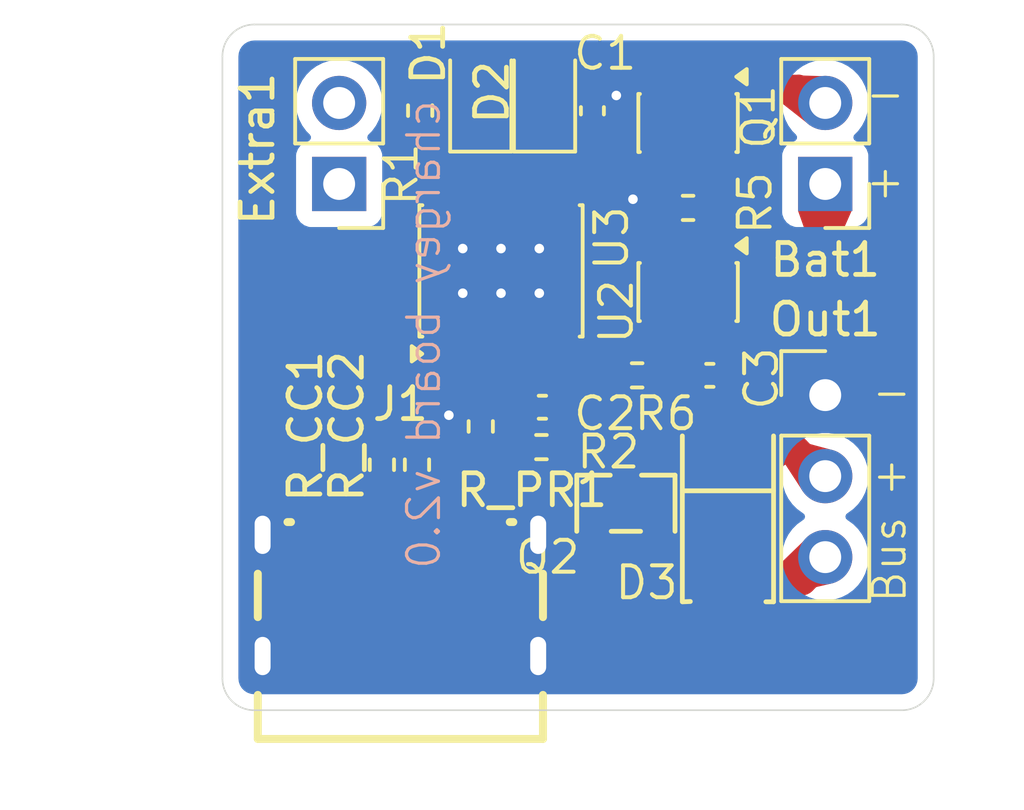
<source format=kicad_pcb>
(kicad_pcb (version 20241229) (generator "pcbnew") (generator_version "9.0")
  (layers (0 "F.Cu" signal) (2 "B.Cu" signal) (13 "F.Paste" user) (15 "B.Paste" user) (5 "F.SilkS" user "F.Silkscreen") (7 "B.SilkS" user "B.Silkscreen") (1 "F.Mask" user) (3 "B.Mask" user) (25 "Edge.Cuts" user))
  (net 0 "")
  (net 1 "BATT+")
  (net 2 "Net-(D1-A)")
  (net 3 "Net-(D1-K)")
  (net 4 "Net-(D2-K)")
  (net 5 "Net-(Q1A-S)")
  (net 6 "Net-(U2-CSI)")
  (net 7 "Net-(U2-VDD)")
  (net 8 "Net-(U3-PROG)")
  (net 10 "/Raw Bat -")
  (net 11 "GND")
  (net 12 "/Charge control")
  (net 13 "/Discharge control")
  (net 14 "/VBUS")
  (net 15 "/VBUS or BATT+")
  (net 16 "Net-(J1-CC1)")
  (net 17 "Net-(J1-CC2)")
  (footprint "Resistor_SMD:R_0402_1005Metric_Pad0.72x0.64mm_HandSolder" (layer "F.Cu") (at 83.5 52.75 180)
    (property "Reference" "R5" (at -2.1 0.15 90) (layer "F.SilkS") (effects (font (thickness 0.125))))
    (property "Value" "1k")
    (fp_line (start -0.167621 0.38) (end 0.167621 0.38) (stroke (width 0.12)) (layer "F.SilkS"))
    (fp_line (start -0.167621 -0.38) (end 0.167621 -0.38) (stroke (width 0.12)) (layer "F.SilkS"))
    (pad "1" smd roundrect (at -0.5975 0 180) (size 0.715 0.64) (layers "F.Cu" "F.Mask" "F.Paste") (net 6 "Net-(U2-CSI)"))
    (pad "2" smd roundrect (at 0.5975 0 180) (size 0.715 0.64) (layers "F.Cu" "F.Mask" "F.Paste") (net 11 "GND"))
  )
  (footprint "Capacitor_SMD:C_0402_1005Metric_Pad0.74x0.62mm_HandSolder" (layer "F.Cu") (at 80.5 49.705 90)
    (property "Reference" "C1" (at 1.805 0.4 0) (layer "F.SilkS") (effects (font (thickness 0.125))))
    (property "Value" "1μF")
    (fp_line (start -0.115835 -0.36) (end 0.115835 -0.36) (stroke (width 0.12)) (layer "F.SilkS"))
    (fp_line (start -0.115835 0.36) (end 0.115835 0.36) (stroke (width 0.12)) (layer "F.SilkS"))
    (pad "1" smd roundrect (at -0.5675 0 90) (size 0.735 0.62) (layers "F.Cu" "F.Mask" "F.Paste") (net 1 "BATT+"))
    (pad "2" smd roundrect (at 0.5675 0 90) (size 0.735 0.62) (layers "F.Cu" "F.Mask" "F.Paste") (net 11 "GND"))
  )
  (footprint "Resistor_SMD:R_0402_1005Metric_Pad0.72x0.64mm_HandSolder" (layer "F.Cu") (at 78.9025 60.25 180)
    (property "Reference" "R2" (at -2.0975 -0.15 180) (layer "F.SilkS") (effects (font (thickness 0.125))))
    (property "Value" "10k")
    (fp_line (start -0.167621 0.38) (end 0.167621 0.38) (stroke (width 0.12)) (layer "F.SilkS"))
    (fp_line (start -0.167621 -0.38) (end 0.167621 -0.38) (stroke (width 0.12)) (layer "F.SilkS"))
    (pad "1" smd roundrect (at -0.5975 0 180) (size 0.715 0.64) (layers "F.Cu" "F.Mask" "F.Paste") (net 14 "/VBUS"))
    (pad "2" smd roundrect (at 0.5975 0 180) (size 0.715 0.64) (layers "F.Cu" "F.Mask" "F.Paste") (net 11 "GND"))
  )
  (footprint "Resistor_SMD:R_0402_1005Metric_Pad0.72x0.64mm_HandSolder" (layer "F.Cu") (at 77 59.6025 90)
    (property "Reference" "R_PR1" (at -1.9975 1.6 180) (layer "F.SilkS"))
    (property "Value" "1.2k")
    (fp_line (start -0.167621 -0.38) (end 0.167621 -0.38) (stroke (width 0.12)) (layer "F.SilkS"))
    (fp_line (start -0.167621 0.38) (end 0.167621 0.38) (stroke (width 0.12)) (layer "F.SilkS"))
    (pad "1" smd roundrect (at -0.5975 0 90) (size 0.715 0.64) (layers "F.Cu" "F.Mask" "F.Paste") (net 11 "GND"))
    (pad "2" smd roundrect (at 0.5975 0 90) (size 0.715 0.64) (layers "F.Cu" "F.Mask" "F.Paste") (net 8 "Net-(U3-PROG)"))
  )
  (footprint "Resistor_SMD:R_0402_1005Metric_Pad0.72x0.64mm_HandSolder" (layer "F.Cu") (at 81.9025 58)
    (property "Reference" "R6" (at 0.8975 1.2 0) (layer "F.SilkS") (effects (font (thickness 0.125))))
    (property "Value" "100")
    (fp_line (start -0.167621 -0.38) (end 0.167621 -0.38) (stroke (width 0.12)) (layer "F.SilkS"))
    (fp_line (start -0.167621 0.38) (end 0.167621 0.38) (stroke (width 0.12)) (layer "F.SilkS"))
    (pad "1" smd roundrect (at -0.5975 0) (size 0.715 0.64) (layers "F.Cu" "F.Mask" "F.Paste") (net 1 "BATT+"))
    (pad "2" smd roundrect (at 0.5975 0) (size 0.715 0.64) (layers "F.Cu" "F.Mask" "F.Paste") (net 7 "Net-(U2-VDD)"))
  )
  (footprint "LED_SMD:LED_0805_2012Metric_Pad1.15x1.40mm_HandSolder" (layer "F.Cu") (at 77 49.125 90)
    (property "Reference" "D1" (at 1.225 -1.65 90) (layer "F.SilkS"))
    (property "Value" "LED")
    (fp_line (start 1 -0.96) (end -1.86 -0.96) (stroke (width 0.12)) (layer "F.SilkS"))
    (fp_line (start -1.86 -0.96) (end -1.86 0.96) (stroke (width 0.12)) (layer "F.SilkS"))
    (fp_line (start -1.86 0.96) (end 1 0.96) (stroke (width 0.12)) (layer "F.SilkS"))
    (pad "1" smd roundrect (at -1.025 0 90) (size 1.15 1.4) (layers "F.Cu" "F.Mask" "F.Paste") (roundrect_rratio 0.217391) (net 3 "Net-(D1-K)"))
    (pad "2" smd roundrect (at 1.025 0 90) (size 1.15 1.4) (layers "F.Cu" "F.Mask" "F.Paste") (roundrect_rratio 0.217391) (net 2 "Net-(D1-A)"))
  )
  (footprint "Connector_PinHeader_2.54mm:PinHeader_1x03_P2.54mm_Vertical" (layer "F.Cu") (at 87.8 58.62)
    (property "Reference" "Out1" (at 0 -2.37 0) (layer "F.SilkS"))
    (property "Value" "Header")
    (fp_line (start -1.38 -1.38) (end 0 -1.38) (stroke (width 0.12)) (layer "F.SilkS"))
    (fp_line (start -1.38 0) (end -1.38 -1.38) (stroke (width 0.12)) (layer "F.SilkS"))
    (fp_line (start -1.38 1.27) (end -1.38 6.46) (stroke (width 0.12)) (layer "F.SilkS"))
    (fp_line (start -1.38 1.27) (end 1.38 1.27) (stroke (width 0.12)) (layer "F.SilkS"))
    (fp_line (start -1.38 6.46) (end 1.38 6.46) (stroke (width 0.12)) (layer "F.SilkS"))
    (fp_line (start 1.38 1.27) (end 1.38 6.46) (stroke (width 0.12)) (layer "F.SilkS"))
    (pad "1" thru_hole rect (at 0 0) (size 1.7 1.7) (drill 1) (layers "*.Cu" "*.Mask") (net 11 "GND"))
    (pad "2" thru_hole circle (at 0 2.54) (size 1.7 1.7) (drill 1) (layers "*.Cu" "*.Mask") (net 15 "/VBUS or BATT+"))
    (pad "3" thru_hole circle (at 0 5.08) (size 1.7 1.7) (drill 1) (layers "*.Cu" "*.Mask") (net 14 "/VBUS"))
  )
  (footprint "easyeda2kicad:SOT-23-3_L2.9-W1.6-P1.90-LS2.8-BR" (layer "F.Cu") (at 81.55 62.01 -90)
    (property "Reference" "Q2" (at 1.69 2.45 180) (layer "F.SilkS") (effects (font (thickness 0.125))))
    (property "Value" "AO3415A")
    (fp_line (start -0.88 1.54) (end -0.88 0.49) (stroke (width 0.15)) (layer "F.SilkS"))
    (fp_line (start 0.88 1.54) (end -0.88 1.54) (stroke (width 0.15)) (layer "F.SilkS"))
    (fp_line (start 0.88 -0.46) (end 0.88 0.46) (stroke (width 0.15)) (layer "F.SilkS"))
    (fp_line (start -0.88 -1.54) (end -0.88 -0.49) (stroke (width 0.15)) (layer "F.SilkS"))
    (fp_line (start 0.88 -1.54) (end -0.88 -1.54) (stroke (width 0.15)) (layer "F.SilkS"))
    (pad "1" smd rect (at 1.24 0.95 270) (size 1.07 0.6) (layers "F.Cu" "F.Mask" "F.Paste") (net 14 "/VBUS"))
    (pad "2" smd rect (at 1.24 -0.95 270) (size 1.07 0.6) (layers "F.Cu" "F.Mask" "F.Paste") (net 15 "/VBUS or BATT+"))
    (pad "3" smd rect (at -1.24 0 270) (size 1.07 0.6) (layers "F.Cu" "F.Mask" "F.Paste") (net 1 "BATT+"))
  )
  (footprint "easyeda2kicad:SMA_L4.3-W2.6-LS5.2-RD" (layer "F.Cu") (at 84.75 62.5 -90)
    (property "Reference" "D3" (at 2 2.55 180) (layer "F.SilkS") (effects (font (thickness 0.125))))
    (property "Value" "SS34")
    (fp_line (start -2.6 1.43) (end 2.6 1.43) (stroke (width 0.15)) (layer "F.SilkS"))
    (fp_line (start 2.59 1.18) (end 2.6 1.41) (stroke (width 0.15)) (layer "F.SilkS"))
    (fp_line (start -2.6 -1.43) (end 2.6 -1.43) (stroke (width 0.15)) (layer "F.SilkS"))
    (fp_line (start -0.88 -1.43) (end -0.88 1.43) (stroke (width 0.15)) (layer "F.SilkS"))
    (fp_line (start 2.6 -1.43) (end 2.6 -1.19) (stroke (width 0.15)) (layer "F.SilkS"))
    (pad "1" smd rect (at -2.2 0 90) (size 2 2) (layers "F.Cu" "F.Mask" "F.Paste") (net 15 "/VBUS or BATT+"))
    (pad "2" smd rect (at 2.2 0 90) (size 2 2) (layers "F.Cu" "F.Mask" "F.Paste") (net 14 "/VBUS"))
  )
  (footprint "Package_TO_SOT_SMD:SOT-23-6" (layer "F.Cu") (at 83.5 55.3875 -90)
    (property "Reference" "U2" (at 0.6125 2.25 270) (layer "F.SilkS") (effects (font (thickness 0.125))))
    (property "Value" "DW01")
    (fp_line (start -0.91 1.56) (end -0.91 1.51) (stroke (width 0.12)) (layer "F.SilkS"))
    (fp_line (start 0.91 1.56) (end -0.91 1.56) (stroke (width 0.12)) (layer "F.SilkS"))
    (fp_line (start 0.91 1.51) (end 0.91 1.56) (stroke (width 0.12)) (layer "F.SilkS"))
    (fp_line (start -0.91 -1.51) (end -0.91 -1.56) (stroke (width 0.12)) (layer "F.SilkS"))
    (fp_line (start -0.91 -1.56) (end 0.91 -1.56) (stroke (width 0.12)) (layer "F.SilkS"))
    (fp_line (start 0.91 -1.56) (end 0.91 -1.51) (stroke (width 0.12)) (layer "F.SilkS"))
    (fp_poly (pts (xy -1.45 -1.51) (xy -1.69 -1.84) (xy -1.21 -1.84)) (stroke (width 0.12)) (fill yes) (layer "F.SilkS"))
    (pad "1" smd roundrect (at -1.1375 -0.95 270) (size 1.325 0.6) (layers "F.Cu" "F.Mask" "F.Paste") (net 13 "/Discharge control"))
    (pad "2" smd roundrect (at -1.1375 0 270) (size 1.325 0.6) (layers "F.Cu" "F.Mask" "F.Paste") (net 6 "Net-(U2-CSI)"))
    (pad "3" smd roundrect (at -1.1375 0.95 270) (size 1.325 0.6) (layers "F.Cu" "F.Mask" "F.Paste") (net 12 "/Charge control"))
    (pad "4" smd roundrect (at 1.1375 0.95 270) (size 1.325 0.6) (layers "F.Cu" "F.Mask" "F.Paste"))
    (pad "5" smd roundrect (at 1.1375 0 270) (size 1.325 0.6) (layers "F.Cu" "F.Mask" "F.Paste") (net 7 "Net-(U2-VDD)"))
    (pad "6" smd roundrect (at 1.1375 -0.95 270) (size 1.325 0.6) (layers "F.Cu" "F.Mask" "F.Paste") (net 10 "/Raw Bat -"))
  )
  (footprint "Connector_PinHeader_2.54mm:PinHeader_1x02_P2.54mm_Vertical" (layer "F.Cu") (at 72.56 52 180)
    (property "Reference" "Extra1" (at 2.56 1.1 90) (layer "F.SilkS"))
    (property "Value" "Conn_01x02_Pin")
    (fp_line (start 1.38 1.27) (end 1.38 3.92) (stroke (width 0.12)) (layer "F.SilkS"))
    (fp_line (start -1.38 3.92) (end 1.38 3.92) (stroke (width 0.12)) (layer "F.SilkS"))
    (fp_line (start -1.38 1.27) (end 1.38 1.27) (stroke (width 0.12)) (layer "F.SilkS"))
    (fp_line (start -1.38 1.27) (end -1.38 3.92) (stroke (width 0.12)) (layer "F.SilkS"))
    (fp_line (start -1.38 0) (end -1.38 -1.38) (stroke (width 0.12)) (layer "F.SilkS"))
    (fp_line (start -1.38 -1.38) (end 0 -1.38) (stroke (width 0.12)) (layer "F.SilkS"))
    (pad "1" thru_hole rect (at 0 0 180) (size 1.7 1.7) (drill 1) (layers "*.Cu" "*.Mask"))
    (pad "2" thru_hole circle (at 0 2.54 180) (size 1.7 1.7) (drill 1) (layers "*.Cu" "*.Mask"))
  )
  (footprint "Resistor_SMD:R_0402_1005Metric_Pad0.72x0.64mm_HandSolder" (layer "F.Cu") (at 75 60.8025 90)
    (property "Reference" "R_CC2" (at 1.2025 -2.2 270) (layer "F.SilkS"))
    (property "Value" "5.1k")
    (fp_line (start -0.167621 -0.38) (end 0.167621 -0.38) (stroke (width 0.12)) (layer "F.SilkS"))
    (fp_line (start -0.167621 0.38) (end 0.167621 0.38) (stroke (width 0.12)) (layer "F.SilkS"))
    (pad "1" smd roundrect (at -0.5975 0 90) (size 0.715 0.64) (layers "F.Cu" "F.Mask" "F.Paste") (net 17 "Net-(J1-CC2)"))
    (pad "2" smd roundrect (at 0.5975 0 90) (size 0.715 0.64) (layers "F.Cu" "F.Mask" "F.Paste") (net 11 "GND"))
  )
  (footprint "Capacitor_SMD:C_0402_1005Metric_Pad0.74x0.62mm_HandSolder" (layer "F.Cu") (at 78.9325 59 180)
    (property "Reference" "C2" (at -1.9675 -0.2 180) (layer "F.SilkS") (effects (font (thickness 0.125))))
    (property "Value" "1μF")
    (fp_line (start -0.115835 0.36) (end 0.115835 0.36) (stroke (width 0.12)) (layer "F.SilkS"))
    (fp_line (start -0.115835 -0.36) (end 0.115835 -0.36) (stroke (width 0.12)) (layer "F.SilkS"))
    (pad "1" smd roundrect (at -0.5675 0 180) (size 0.735 0.62) (layers "F.Cu" "F.Mask" "F.Paste") (net 14 "/VBUS"))
    (pad "2" smd roundrect (at 0.5675 0 180) (size 0.735 0.62) (layers "F.Cu" "F.Mask" "F.Paste") (net 11 "GND"))
  )
  (footprint "Connector_PinHeader_2.54mm:PinHeader_1x02_P2.54mm_Vertical" (layer "F.Cu") (at 87.8 52 180)
    (property "Reference" "Bat1" (at 0 -2.38 0) (layer "F.SilkS"))
    (property "Value" "Conn_01x02_Pin")
    (fp_line (start 1.38 1.27) (end 1.38 3.92) (stroke (width 0.12)) (layer "F.SilkS"))
    (fp_line (start -1.38 3.92) (end 1.38 3.92) (stroke (width 0.12)) (layer "F.SilkS"))
    (fp_line (start -1.38 1.27) (end 1.38 1.27) (stroke (width 0.12)) (layer "F.SilkS"))
    (fp_line (start -1.38 1.27) (end -1.38 3.92) (stroke (width 0.12)) (layer "F.SilkS"))
    (fp_line (start -1.38 0) (end -1.38 -1.38) (stroke (width 0.12)) (layer "F.SilkS"))
    (fp_line (start -1.38 -1.38) (end 0 -1.38) (stroke (width 0.12)) (layer "F.SilkS"))
    (pad "1" thru_hole rect (at 0 0 180) (size 1.7 1.7) (drill 1) (layers "*.Cu" "*.Mask") (net 1 "BATT+"))
    (pad "2" thru_hole circle (at 0 2.54 180) (size 1.7 1.7) (drill 1) (layers "*.Cu" "*.Mask") (net 10 "/Raw Bat -"))
  )
  (footprint "Resistor_SMD:R_0402_1005Metric_Pad0.72x0.64mm_HandSolder" (layer "F.Cu") (at 75.1 49.7 -90)
    (property "Reference" "R1" (at 2 0.6 270) (layer "F.SilkS") (effects (font (thickness 0.125))))
    (property "Value" "1k")
    (fp_line (start -0.167621 0.38) (end 0.167621 0.38) (stroke (width 0.12)) (layer "F.SilkS"))
    (fp_line (start -0.167621 -0.38) (end 0.167621 -0.38) (stroke (width 0.12)) (layer "F.SilkS"))
    (pad "1" smd roundrect (at -0.5975 0 270) (size 0.715 0.64) (layers "F.Cu" "F.Mask" "F.Paste") (net 2 "Net-(D1-A)"))
    (pad "2" smd roundrect (at 0.5975 0 270) (size 0.715 0.64) (layers "F.Cu" "F.Mask" "F.Paste") (net 14 "/VBUS"))
  )
  (footprint "Package_TO_SOT_SMD:SOT-23-6" (layer "F.Cu") (at 83.5 50.0875 -90)
    (property "Reference" "Q1" (at -0.1875 -2.2 90) (layer "F.SilkS") (effects (font (thickness 0.125))))
    (property "Value" "FS8205A")
    (fp_line (start -0.91 1.56) (end -0.91 1.51) (stroke (width 0.12)) (layer "F.SilkS"))
    (fp_line (start 0.91 1.56) (end -0.91 1.56) (stroke (width 0.12)) (layer "F.SilkS"))
    (fp_line (start 0.91 1.51) (end 0.91 1.56) (stroke (width 0.12)) (layer "F.SilkS"))
    (fp_line (start -0.91 -1.51) (end -0.91 -1.56) (stroke (width 0.12)) (layer "F.SilkS"))
    (fp_line (start -0.91 -1.56) (end 0.91 -1.56) (stroke (width 0.12)) (layer "F.SilkS"))
    (fp_line (start 0.91 -1.56) (end 0.91 -1.51) (stroke (width 0.12)) (layer "F.SilkS"))
    (fp_poly (pts (xy -1.45 -1.51) (xy -1.69 -1.84) (xy -1.21 -1.84)) (stroke (width 0.12)) (fill yes) (layer "F.SilkS"))
    (pad "1" smd roundrect (at -1.1375 -0.95 270) (size 1.325 0.6) (layers "F.Cu" "F.Mask" "F.Paste") (net 10 "/Raw Bat -"))
    (pad "2" smd roundrect (at -1.1375 0 270) (size 1.325 0.6) (layers "F.Cu" "F.Mask" "F.Paste") (net 5 "Net-(Q1A-S)"))
    (pad "3" smd roundrect (at -1.1375 0.95 270) (size 1.325 0.6) (layers "F.Cu" "F.Mask" "F.Paste") (net 11 "GND"))
    (pad "4" smd roundrect (at 1.1375 0.95 270) (size 1.325 0.6) (layers "F.Cu" "F.Mask" "F.Paste") (net 12 "/Charge control"))
    (pad "5" smd roundrect (at 1.1375 0 270) (size 1.325 0.6) (layers "F.Cu" "F.Mask" "F.Paste") (net 5 "Net-(Q1A-S)"))
    (pad "6" smd roundrect (at 1.1375 -0.95 270) (size 1.325 0.6) (layers "F.Cu" "F.Mask" "F.Paste") (net 13 "/Discharge control"))
  )
  (footprint "Package_SO:SOIC-8-1EP_3.9x4.9mm_P1.27mm_EP2.41x3.3mm_ThermalVias" (layer "F.Cu") (at 77.635 54.725 90)
    (property "Reference" "U3" (at 1.025 3.465 90) (layer "F.SilkS") (effects (font (thickness 0.125))))
    (property "Value" "TP4056-42-ESOP8")
    (fp_line (start 2.06 -2.56) (end 2.06 -2.465) (stroke (width 0.12)) (layer "F.SilkS"))
    (fp_line (start -2.06 -2.56) (end 2.06 -2.56) (stroke (width 0.12)) (layer "F.SilkS"))
    (fp_line (start -2.06 -2.465) (end -2.06 -2.56) (stroke (width 0.12)) (layer "F.SilkS"))
    (fp_line (start 2.06 2.465) (end 2.06 2.56) (stroke (width 0.12)) (layer "F.SilkS"))
    (fp_line (start 2.06 2.56) (end -2.06 2.56) (stroke (width 0.12)) (layer "F.SilkS"))
    (fp_line (start -2.06 2.56) (end -2.06 2.465) (stroke (width 0.12)) (layer "F.SilkS"))
    (fp_poly (pts (xy -2.6 -2.47) (xy -2.84 -2.8) (xy -2.36 -2.8)) (stroke (width 0.12)) (fill yes) (layer "F.SilkS"))
    (pad "1" smd roundrect (at -2.475 -1.905 90) (size 1.95 0.6) (layers "F.Cu" "F.Mask" "F.Paste") (net 11 "GND"))
    (pad "2" smd roundrect (at -2.475 -0.635 90) (size 1.95 0.6) (layers "F.Cu" "F.Mask" "F.Paste") (net 8 "Net-(U3-PROG)"))
    (pad "3" smd roundrect (at -2.475 0.635 90) (size 1.95 0.6) (layers "F.Cu" "F.Mask" "F.Paste") (net 11 "GND"))
    (pad "4" smd roundrect (at -2.475 1.905 90) (size 1.95 0.6) (layers "F.Cu" "F.Mask" "F.Paste") (net 14 "/VBUS"))
    (pad "5" smd roundrect (at 2.475 1.905 90) (size 1.95 0.6) (layers "F.Cu" "F.Mask" "F.Paste") (net 1 "BATT+"))
    (pad "6" smd roundrect (at 2.475 0.635 90) (size 1.95 0.6) (layers "F.Cu" "F.Mask" "F.Paste") (net 4 "Net-(D2-K)"))
    (pad "7" smd roundrect (at 2.475 -0.635 90) (size 1.95 0.6) (layers "F.Cu" "F.Mask" "F.Paste") (net 3 "Net-(D1-K)"))
    (pad "8" smd roundrect (at 2.475 -1.905 90) (size 1.95 0.6) (layers "F.Cu" "F.Mask" "F.Paste") (net 14 "/VBUS"))
    (pad "9" thru_hole circle (at -0.7 -1.2 90) (size 0.5 0.5) (drill 0.3) (property pad_prop_heatsink) (layers "*.Cu") (net 11 "GND"))
    (pad "9" thru_hole circle (at -0.7 0 90) (size 0.5 0.5) (drill 0.3) (property pad_prop_heatsink) (layers "*.Cu") (net 11 "GND"))
    (pad "9" thru_hole circle (at -0.7 1.2 90) (size 0.5 0.5) (drill 0.3) (property pad_prop_heatsink) (layers "*.Cu") (net 11 "GND") (thermal_bridge_width 0) (thermal_gap 0))
    (pad "9" smd rect (at 0 0 90) (size 1.9 2.9) (property pad_prop_heatsink) (layers "B.Cu") (net 11 "GND"))
    (pad "9" smd rect (at 0 0 90) (size 2.41 3.3) (property pad_prop_heatsink) (layers "F.Cu" "F.Mask") (net 11 "GND"))
    (pad "9" thru_hole circle (at 0.7 -1.2 90) (size 0.5 0.5) (drill 0.3) (property pad_prop_heatsink) (layers "*.Cu") (net 11 "GND"))
    (pad "9" thru_hole circle (at 0.7 0 90) (size 0.5 0.5) (drill 0.3) (property pad_prop_heatsink) (layers "*.Cu") (net 11 "GND"))
    (pad "9" thru_hole circle (at 0.7 1.2 90) (size 0.5 0.5) (drill 0.3) (property pad_prop_heatsink) (layers "*.Cu") (net 11 "GND"))
  )
  (footprint "Capacitor_SMD:C_0402_1005Metric_Pad0.74x0.62mm_HandSolder" (layer "F.Cu") (at 84.1825 58 180)
    (property "Reference" "C3" (at -1.6175 -0.1 270) (layer "F.SilkS") (effects (font (thickness 0.125))))
    (property "Value" "0.1μF")
    (fp_line (start -0.115835 0.36) (end 0.115835 0.36) (stroke (width 0.12)) (layer "F.SilkS"))
    (fp_line (start -0.115835 -0.36) (end 0.115835 -0.36) (stroke (width 0.12)) (layer "F.SilkS"))
    (pad "1" smd roundrect (at -0.5675 0 180) (size 0.735 0.62) (layers "F.Cu" "F.Mask" "F.Paste") (net 10 "/Raw Bat -"))
    (pad "2" smd roundrect (at 0.5675 0 180) (size 0.735 0.62) (layers "F.Cu" "F.Mask" "F.Paste") (net 7 "Net-(U2-VDD)"))
  )
  (footprint "LED_SMD:LED_0805_2012Metric_Pad1.15x1.40mm_HandSolder" (layer "F.Cu") (at 79 49.125 90)
    (property "Reference" "D2" (at 0 -1.65 90) (layer "F.SilkS"))
    (property "Value" "LED")
    (fp_line (start 1 -0.96) (end -1.86 -0.96) (stroke (width 0.12)) (layer "F.SilkS"))
    (fp_line (start -1.86 -0.96) (end -1.86 0.96) (stroke (width 0.12)) (layer "F.SilkS"))
    (fp_line (start -1.86 0.96) (end 1 0.96) (stroke (width 0.12)) (layer "F.SilkS"))
    (pad "1" smd roundrect (at -1.025 0 90) (size 1.15 1.4) (layers "F.Cu" "F.Mask" "F.Paste") (roundrect_rratio 0.217391) (net 4 "Net-(D2-K)"))
    (pad "2" smd roundrect (at 1.025 0 90) (size 1.15 1.4) (layers "F.Cu" "F.Mask" "F.Paste") (roundrect_rratio 0.217391) (net 2 "Net-(D1-A)"))
  )
  (footprint "easyeda2kicad:USB-C-SMD" (layer "F.Cu") (at 74.48 64.85)
    (property "Reference" "J1" (at 0 -5.95 0) (layer "F.SilkS"))
    (property "Value" "USB_C_Receptacle_PowerOnly_6P")
    (fp_line (start -4.47 0.73) (end -4.47 -0.63) (stroke (width 0.25)) (layer "F.SilkS"))
    (fp_line (start -4.47 4.55) (end -4.47 3.17) (stroke (width 0.25)) (layer "F.SilkS"))
    (fp_line (start -3.54 -2.25) (end -3.43 -2.25) (stroke (width 0.25)) (layer "F.SilkS"))
    (fp_line (start 3.43 -2.25) (end 3.54 -2.25) (stroke (width 0.25)) (layer "F.SilkS"))
    (fp_line (start 4.47 0.73) (end 4.47 -0.63) (stroke (width 0.25)) (layer "F.SilkS"))
    (fp_line (start 4.47 4.55) (end -4.47 4.55) (stroke (width 0.25)) (layer "F.SilkS"))
    (fp_line (start 4.47 4.55) (end 4.47 3.17) (stroke (width 0.25)) (layer "F.SilkS"))
    (pad "A5" smd rect (at -0.5 -1.95) (size 0.8 1.4) (layers "F.Cu" "F.Mask" "F.Paste") (net 16 "Net-(J1-CC1)"))
    (pad "A9" smd rect (at 1.52 -1.95) (size 0.8 1.4) (layers "F.Cu" "F.Mask" "F.Paste") (net 14 "/VBUS"))
    (pad "A12" smd rect (at 2.75 -1.95) (size 0.8 1.4) (layers "F.Cu" "F.Mask" "F.Paste") (net 11 "GND"))
    (pad "B5" smd rect (at 0.5 -1.95) (size 0.8 1.4) (layers "F.Cu" "F.Mask" "F.Paste") (net 17 "Net-(J1-CC2)"))
    (pad "B9" smd rect (at -1.52 -1.95) (size 0.8 1.4) (layers "F.Cu" "F.Mask" "F.Paste") (net 14 "/VBUS"))
    (pad "B12" smd rect (at -2.75 -1.95) (size 0.8 1.4) (layers "F.Cu" "F.Mask" "F.Paste") (net 11 "GND"))
    (pad "S1" thru_hole oval (at -4.32 -1.85) (size 1 1.7) (drill oval 0.500024 1.199998) (layers "*.Cu" "*.Mask") (net 11 "GND"))
    (pad "S1" thru_hole oval (at -4.32 1.95) (size 1 1.7) (drill oval 0.500024 1.199998) (layers "*.Cu" "*.Mask") (net 11 "GND"))
    (pad "S1" thru_hole oval (at 4.32 -1.85) (size 1 1.7) (drill oval 0.500024 1.199998) (layers "*.Cu" "*.Mask") (net 11 "GND"))
    (pad "S1" thru_hole oval (at 4.32 1.95) (size 1 1.7) (drill oval 0.500024 1.199998) (layers "*.Cu" "*.Mask") (net 11 "GND"))
  )
  (footprint "Resistor_SMD:R_0402_1005Metric_Pad0.72x0.64mm_HandSolder" (layer "F.Cu") (at 73.9 60.8025 90)
    (property "Reference" "R_CC1" (at 1.2025 -2.4 90) (layer "F.SilkS"))
    (property "Value" "5.1k")
    (fp_line (start -0.167621 -0.38) (end 0.167621 -0.38) (stroke (width 0.12)) (layer "F.SilkS"))
    (fp_line (start -0.167621 0.38) (end 0.167621 0.38) (stroke (width 0.12)) (layer "F.SilkS"))
    (pad "1" smd roundrect (at -0.5975 0 90) (size 0.715 0.64) (layers "F.Cu" "F.Mask" "F.Paste") (net 16 "Net-(J1-CC1)"))
    (pad "2" smd roundrect (at 0.5975 0 90) (size 0.715 0.64) (layers "F.Cu" "F.Mask" "F.Paste") (net 11 "GND"))
  )
  (gr_line (start 91.2 48) (end 91.2 67.5) (stroke (width 0.05)) (layer "Edge.Cuts"))
  (gr_line (start 90.2 68.5) (end 69.9 68.5) (stroke (width 0.05)) (layer "Edge.Cuts"))
  (gr_arc (start 68.9 48) (mid 69.192893 47.292893) (end 69.9 47) (stroke (width 0.05)) (layer "Edge.Cuts"))
  (gr_arc (start 90.2 47) (mid 90.907107 47.292893) (end 91.2 48) (stroke (width 0.05)) (layer "Edge.Cuts"))
  (gr_arc (start 91.2 67.5) (mid 90.907107 68.207107) (end 90.2 68.5) (stroke (width 0.05)) (layer "Edge.Cuts"))
  (gr_arc (start 69.9 68.5) (mid 69.192893 68.207107) (end 68.9 67.5) (stroke (width 0.05)) (layer "Edge.Cuts"))
  (gr_line (start 69.9 47) (end 90.2 47) (stroke (width 0.05)) (layer "Edge.Cuts"))
  (gr_line (start 68.9 67.5) (end 68.9 48) (stroke (width 0.05)) (layer "Edge.Cuts"))
  (gr_text "-" (at 89 49.75 0) (layer "F.SilkS") (effects (font (size 1 1) (thickness 0.1)) (justify left bottom)))
  (gr_text "+" (at 89 52.5 0) (layer "F.SilkS") (effects (font (size 1 1) (thickness 0.1)) (justify left bottom)))
  (gr_text "-" (at 89.2 59.1 0) (layer "F.SilkS") (effects (font (size 1 1) (thickness 0.1)) (justify left bottom)))
  (gr_text "+" (at 89.2 61.7 0) (layer "F.SilkS") (effects (font (size 1 1) (thickness 0.1)) (justify left bottom)))
  (gr_text "Bus" (at 90.4 65.2 90) (layer "F.SilkS") (effects (font (size 1 1) (thickness 0.1)) (justify left bottom)))
  (gr_text "chargey board v2.0" (at 75.8 49.3 90) (layer "B.SilkS") (effects (font (size 1 1) (thickness 0.1)) (justify left bottom mirror)))
  (segment (start 85.2 58.8) (end 82.45 58.8) (width 0.6) (layer "F.Cu") (net 1))
  (segment (start 79.8134 52.9916) (end 79.8134 53.1134) (width 0.75) (layer "F.Cu") (net 1))
  (segment (start 81.305 54.605) (end 81.305 58) (width 1) (layer "F.Cu") (net 1))
  (segment (start 85.9 58.1) (end 85.9 57.5) (width 1) (layer "F.Cu") (net 1))
  (segment (start 85.9 58.1) (end 85.2 58.8) (width 0.6) (layer "F.Cu") (net 1))
  (segment (start 81.55 59.7) (end 81.55 60.77) (width 0.6) (layer "F.Cu") (net 1))
  (segment (start 79.6 52.31) (end 79.6 52.9916) (width 0.75) (layer "F.Cu") (net 1))
  (segment (start 80.5 50.64) (end 79.54 51.6) (width 0.5) (layer "F.Cu") (net 1))
  (segment (start 82.45 58.8) (end 81.55 59.7) (width 0.6) (layer "F.Cu") (net 1))
  (segment (start 85.9 57.5) (end 87.15 56.25) (width 0.5) (layer "F.Cu") (net 1))
  (segment (start 79.54 51.6) (end 79.54 52.25) (width 0.5) (layer "F.Cu") (net 1))
  (segment (start 79.6 52.9916) (end 79.8134 52.9916) (width 0.75) (layer "F.Cu") (net 1))
  (segment (start 81.305 60.525) (end 81.305 58) (width 0.75) (layer "F.Cu") (net 1))
  (segment (start 81.55 60.77) (end 81.305 60.525) (width 0.75) (layer "F.Cu") (net 1))
  (segment (start 79.54 52.25) (end 79.6 52.31) (width 0.75) (layer "F.Cu") (net 1))
  (segment (start 79.8134 53.1134) (end 81.305 54.605) (width 1) (layer "F.Cu") (net 1))
  (segment (start 85.9 57.5) (end 87.75 55.65) (width 1) (layer "F.Cu") (net 1))
  (segment (start 80.5 50.2725) (end 80.5 50.64) (width 0.5) (layer "F.Cu") (net 1))
  (segment (start 87.75 55.65) (end 87.75 52) (width 1) (layer "F.Cu") (net 1))
  (segment (start 79.5 52.21) (end 79.54 52.25) (width 0.5) (layer "F.Cu") (net 1))
  (segment (start 87.15 56.25) (end 87.75 56.25) (width 0.5) (layer "F.Cu") (net 1))
  (segment (start 75.1 49.1025) (end 75.1 48.7) (width 0.5) (layer "F.Cu") (net 2))
  (segment (start 75.1 48.7) (end 75.649 48.151) (width 0.5) (layer "F.Cu") (net 2))
  (segment (start 75.649 48.151) (end 79 48.151) (width 0.5) (layer "F.Cu") (net 2))
  (segment (start 77 52.25) (end 77 50.15) (width 0.5) (layer "F.Cu") (net 3))
  (segment (start 78.25 52.23) (end 78.27 52.25) (width 0.5) (layer "F.Cu") (net 4))
  (segment (start 78.27 52.25) (end 78.27 50.88) (width 0.5) (layer "F.Cu") (net 4))
  (segment (start 78.27 50.88) (end 79 50.15) (width 0.5) (layer "F.Cu") (net 4))
  (segment (start 83.5 51.225) (end 83.5 48.95) (width 0.5) (layer "F.Cu") (net 5))
  (segment (start 83.5 53.3475) (end 84.0975 52.75) (width 0.5) (layer "F.Cu") (net 6))
  (segment (start 83.5 54.25) (end 83.5 53.3475) (width 0.5) (layer "F.Cu") (net 6))
  (segment (start 82.5 58) (end 83.615 58) (width 0.5) (layer "F.Cu") (net 7))
  (segment (start 83.5 56.525) (end 83.5 57.885) (width 0.5) (layer "F.Cu") (net 7))
  (segment (start 83.5 57.885) (end 83.615 58) (width 0.5) (layer "F.Cu") (net 7))
  (segment (start 77 57.2) (end 77 59.055) (width 0.75) (layer "F.Cu") (net 8))
  (segment (start 84.75 56.825) (end 84.45 56.525) (width 0.5) (layer "F.Cu") (net 10))
  (segment (start 85.75 48.95) (end 86.97 48.95) (width 0.75) (layer "F.Cu") (net 10))
  (segment (start 84.45 48.95) (end 85.75 48.95) (width 0.75) (layer "F.Cu") (net 10))
  (segment (start 86.97 48.95) (end 87.75 49.73) (width 0.75) (layer "F.Cu") (net 10))
  (segment (start 84.75 58) (end 84.75 56.825) (width 0.5) (layer "F.Cu") (net 10))
  (segment (start 84.45 56.525) (end 85.75 55.225) (width 0.75) (layer "F.Cu") (net 10))
  (segment (start 85.75 55.225) (end 85.75 48.95) (width 0.75) (layer "F.Cu") (net 10))
  (segment (start 76 59.5) (end 76 59.25) (width 0.75) (layer "F.Cu") (net 11))
  (segment (start 78.7 62.9) (end 78.8 63) (width 0.5) (layer "F.Cu") (net 11))
  (segment (start 75 60.205) (end 75.045 60.205) (width 0.5) (layer "F.Cu") (net 11))
  (segment (start 78.365 59) (end 78.365 60.19) (width 0.75) (layer "F.Cu") (net 11))
  (segment (start 75.73 58.98) (end 76 59.25) (width 0.5) (layer "F.Cu") (net 11))
  (segment (start 76.75 60.25) (end 76 59.5) (width 0.75) (layer "F.Cu") (net 11))
  (segment (start 82.043344 52.75) (end 81.771672 52.478328) (width 0.5) (layer "F.Cu") (net 11))
  (segment (start 82.9025 52.75) (end 82.043344 52.75) (width 0.5) (layer "F.Cu") (net 11))
  (segment (start 71.73 62.9) (end 70.26 62.9) (width 0.5) (layer "F.Cu") (net 11))
  (segment (start 77.23 62.9) (end 78.7 62.9) (width 0.5) (layer "F.Cu") (net 11))
  (segment (start 81.525 48.95) (end 81.25 49.225) (width 0.5) (layer "F.Cu") (net 11))
  (segment (start 78.305 60.25) (end 76.75 60.25) (width 0.75) (layer "F.Cu") (net 11))
  (segment (start 81.1625 49.1375) (end 81.25 49.225) (width 0.5) (layer "F.Cu") (net 11))
  (segment (start 70.26 62.9) (end 70.16 63) (width 0.5) (layer "F.Cu") (net 11))
  (segment (start 82.55 48.95) (end 81.525 48.95) (width 0.5) (layer "F.Cu") (net 11))
  (segment (start 75.045 60.205) (end 76 59.25) (width 0.75) (layer "F.Cu") (net 11))
  (segment (start 80.5 49.1375) (end 81.1625 49.1375) (width 0.5) (layer "F.Cu") (net 11))
  (segment (start 78.365 60.19) (end 78.305 60.25) (width 0.5) (layer "F.Cu") (net 11))
  (segment (start 78.27 58.905) (end 78.365 59) (width 0.5) (layer "F.Cu") (net 11))
  (segment (start 75.73 57.2) (end 75.73 58.98) (width 0.75) (layer "F.Cu") (net 11))
  (segment (start 78.27 57.2) (end 78.27 58.905) (width 0.75) (layer "F.Cu") (net 11))
  (segment (start 73.9 60.205) (end 75 60.205) (width 0.75) (layer "F.Cu") (net 11))
  (via (at 81.25 49.225) (size 0.6) (drill 0.3) (layers "F.Cu" "B.Cu") (net 11))
  (via (at 76 59.25) (size 0.6) (drill 0.3) (layers "F.Cu" "B.Cu") (net 11))
  (via (at 81.771672 52.478328) (size 0.6) (drill 0.3) (layers "F.Cu" "B.Cu") (net 11))
  (segment (start 81 51.25) (end 81 52.7) (width 0.5) (layer "F.Cu") (net 12))
  (segment (start 82.55 51.225) (end 81.025 51.225) (width 0.5) (layer "F.Cu") (net 12))
  (segment (start 81 52.7) (end 82.55 54.25) (width 0.5) (layer "F.Cu") (net 12))
  (segment (start 81.025 51.225) (end 81 51.25) (width 0.5) (layer "F.Cu") (net 12))
  (segment (start 84.8584 53.8416) (end 84.45 54.25) (width 0.5) (layer "F.Cu") (net 13))
  (segment (start 84.8584 51.6334) (end 84.8584 53.8416) (width 0.5) (layer "F.Cu") (net 13))
  (segment (start 84.45 51.225) (end 84.8584 51.6334) (width 0.5) (layer "F.Cu") (net 13))
  (segment (start 75.73 51.73) (end 75.73 52.25) (width 1) (layer "F.Cu") (net 14))
  (segment (start 76 63.7868) (end 75.4868 64.3) (width 0.75) (layer "F.Cu") (net 14))
  (segment (start 84.75 64.4) (end 87.05 64.4) (width 1) (layer "F.Cu") (net 14))
  (segment (start 79.54 58.96) (end 79.5 59) (width 0.5) (layer "F.Cu") (net 14))
  (segment (start 81.3 64.7) (end 80.6 64) (width 1) (layer "F.Cu") (net 14))
  (segment (start 75.4868 64.3) (end 73.4 64.3) (width 0.75) (layer "F.Cu") (net 14))
  (segment (start 76 62.9) (end 76 62.14452) (width 0.5) (layer "F.Cu") (net 14))
  (segment (start 72.96 59.74) (end 72.96 62.9) (width 0.75) (layer "F.Cu") (net 14))
  (segment (start 80.16 61.34) (end 80.6 61.78) (width 1) (layer "F.Cu") (net 14))
  (segment (start 79.5 60.68) (end 80.16 61.34) (width 0.75) (layer "F.Cu") (net 14))
  (segment (start 74.4 58.3) (end 72.96 59.74) (width 0.75) (layer "F.Cu") (net 14))
  (segment (start 87.05 64.4) (end 87.75 63.7) (width 1) (layer "F.Cu") (net 14))
  (segment (start 79.5 60.25) (end 79.5 60.68) (width 0.75) (layer "F.Cu") (net 14))
  (segment (start 80.16 61.34) (end 76.80452 61.34) (width 0.75) (layer "F.Cu") (net 14))
  (segment (start 80.6 64) (end 80.6 63.25) (width 1) (layer "F.Cu") (net 14))
  (segment (start 73.4 64.3) (end 72.96 63.86) (width 0.75) (layer "F.Cu") (net 14))
  (segment (start 72.96 63.86) (end 72.96 62.9) (width 0.75) (layer "F.Cu") (net 14))
  (segment (start 75.1 51.1) (end 75.73 51.73) (width 1) (layer "F.Cu") (net 14))
  (segment (start 76 62.9) (end 76 63.7868) (width 0.75) (layer "F.Cu") (net 14))
  (segment (start 84.75 64.7) (end 81.3 64.7) (width 1) (layer "F.Cu") (net 14))
  (segment (start 75.73 52.25) (end 74.4 53.58) (width 0.75) (layer "F.Cu") (net 14))
  (segment (start 75.75 52.23) (end 75.73 52.25) (width 0.5) (layer "F.Cu") (net 14))
  (segment (start 80.6 61.78) (end 80.6 63.25) (width 1) (layer "F.Cu") (net 14))
  (segment (start 79.54 57.2) (end 79.54 58.96) (width 0.75) (layer "F.Cu") (net 14))
  (segment (start 79.5 59) (end 79.5 60.25) (width 0.75) (layer "F.Cu") (net 14))
  (segment (start 76 62.14452) (end 76.80452 61.34) (width 0.75) (layer "F.Cu") (net 14))
  (segment (start 74.4 53.58) (end 74.4 58.3) (width 0.75) (layer "F.Cu") (net 14))
  (segment (start 75.1 50.2975) (end 75.1 51.1) (width 1) (layer "F.Cu") (net 14))
  (segment (start 82.5 63.25) (end 82.5 62.55) (width 0.75) (layer "F.Cu") (net 15))
  (segment (start 82.5 62.55) (end 84.75 60.3) (width 0.75) (layer "F.Cu") (net 15))
  (segment (start 86.94 60.3) (end 87.8 61.16) (width 0.75) (layer "F.Cu") (net 15))
  (segment (start 84.75 60.3) (end 86.94 60.3) (width 0.75) (layer "F.Cu") (net 15))
  (segment (start 73.98 61.48) (end 73.9 61.4) (width 0.5) (layer "F.Cu") (net 16))
  (segment (start 73.98 62.9) (end 73.98 61.48) (width 0.5) (layer "F.Cu") (net 16))
  (segment (start 74.98 62.9) (end 74.98 61.42) (width 0.5) (layer "F.Cu") (net 17))
  (segment (start 74.98 61.42) (end 75 61.4) (width 0.5) (layer "F.Cu") (net 17))
  (zone (net 11) (net_name "GND") (layer "B.Cu") (connect_pads yes (clearance 0.5)) (min_thickness 0.25) (fill yes (thermal_gap 0.5) (thermal_bridge_width 0.5))
    (polygon (pts (xy 69.2 47.3) (xy 90.8 47.3) (xy 90.8 68.1) (xy 69.4 68.1)))
  )
)
</source>
